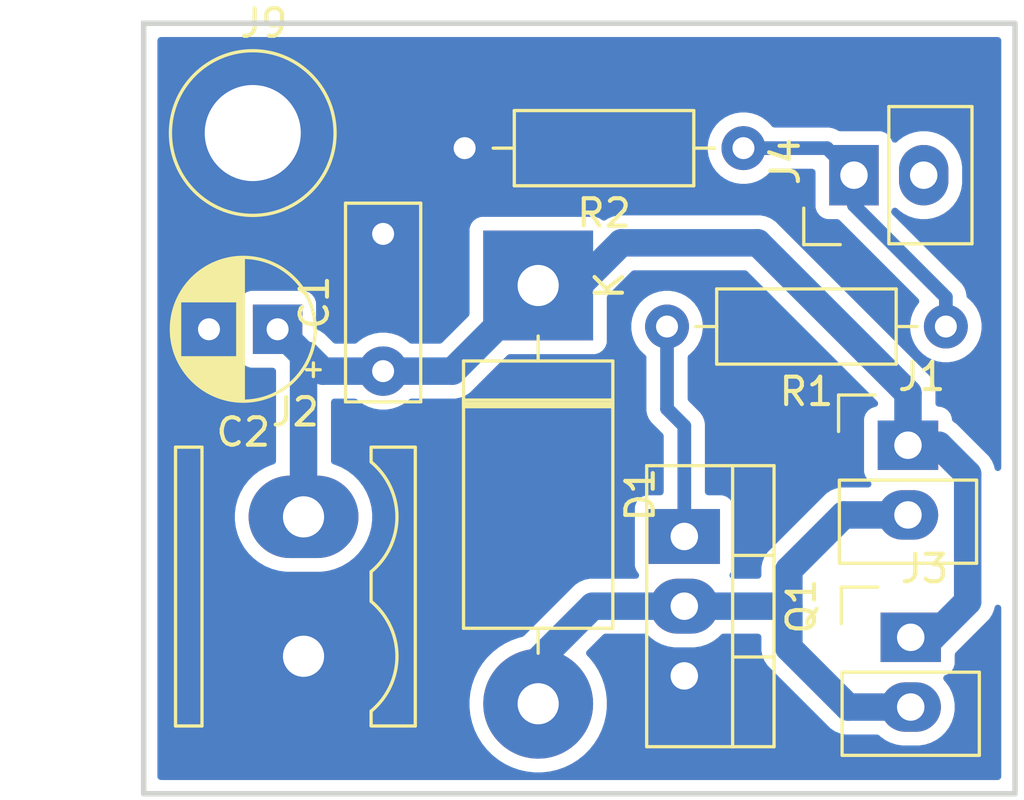
<source format=kicad_pcb>
(kicad_pcb (version 20241229) (generator "pcbnew") (generator_version "9.0")
  (layers (0 "F.Cu" signal) (2 "B.Cu" signal) (13 "F.Paste" user) (15 "B.Paste" user) (5 "F.SilkS" user "F.Silkscreen") (7 "B.SilkS" user "B.Silkscreen") (1 "F.Mask" user) (3 "B.Mask" user) (25 "Edge.Cuts" user))
  (net 0 "")
  (net 1 "GND")
  (net 2 "+12V")
  (net 3 "/swomp")
  (net 4 "/on{slash}off")
  (net 5 "Net-(Q1-G)")
  (footprint "FootprintGamelGe2_v6:C_Rect_L7.0mm_W2.5mm_P5.00mm" (layer "F.Cu") (at 120.325 69.95 90)
    (property "Reference" "C1" (at 2.5 -2.5 90) (layer "F.SilkS"))
    (property "Value" "100n")
    (fp_line (start 6.12 -1.37) (end 6.12 1.37) (stroke (width 0.12)) (layer "F.SilkS"))
    (fp_line (start -1.12 -1.37) (end 6.12 -1.37) (stroke (width 0.12)) (layer "F.SilkS"))
    (fp_line (start -1.12 -1.37) (end -1.12 1.37) (stroke (width 0.12)) (layer "F.SilkS"))
    (fp_line (start -1.12 1.37) (end 6.12 1.37) (stroke (width 0.12)) (layer "F.SilkS"))
    (pad "1" thru_hole circle (at 0 0 90) (size 1.8 1.8) (drill 0.8) (layers "*.Cu" "*.Mask") (net 2 "+12V"))
    (pad "2" thru_hole circle (at 5 0 90) (size 1.8 1.8) (drill 0.8) (layers "*.Cu" "*.Mask") (net 1 "GND"))
  )
  (footprint "FootprintGamelGe2_v6:OmnimateSL-5,08_1x02_P5.08mm_Vertical" (layer "F.Cu") (at 117.425 80.34 90)
    (property "Reference" "J2" (at 8.9 -0.3 0) (layer "F.SilkS"))
    (property "Value" "Omnimate2")
    (fp_line (start -2.54 -4.664) (end 7.62 -4.664) (stroke (width 0.12)) (layer "F.SilkS"))
    (fp_line (start 7.62 -3.7) (end 7.62 -4.664) (stroke (width 0.12)) (layer "F.SilkS"))
    (fp_line (start -2.54 -3.7) (end -2.54 -4.664) (stroke (width 0.12)) (layer "F.SilkS"))
    (fp_line (start -2.54 -3.7) (end 7.62 -3.7) (stroke (width 0.12)) (layer "F.SilkS"))
    (fp_line (start 7.62 2.462) (end 7.08 2.462) (stroke (width 0.12)) (layer "F.SilkS"))
    (fp_line (start 2 2.462) (end 3.08 2.462) (stroke (width 0.12)) (layer "F.SilkS"))
    (fp_line (start -2 2.462) (end -2.54 2.462) (stroke (width 0.12)) (layer "F.SilkS"))
    (fp_line (start 7.62 4.072) (end 7.62 2.4972) (stroke (width 0.12)) (layer "F.SilkS"))
    (fp_line (start -2.54 4.072) (end -2.54 2.4972) (stroke (width 0.12)) (layer "F.SilkS"))
    (fp_line (start -2.54 4.072) (end 7.62 4.072) (stroke (width 0.12)) (layer "F.SilkS"))
    (fp_arc (start 7.066842 2.477821) (mid 5.069711 3.404758) (end 3.08 2.462) (stroke (width 0.12)) (layer "F.SilkS"))
    (fp_arc (start 1.986842 2.477821) (mid -0.010289 3.404758) (end -2 2.462) (stroke (width 0.12)) (layer "F.SilkS"))
    (pad "1" thru_hole rect (at 0 0 90) (size 3 4) (drill 1.5) (layers "*.Cu" "*.Mask") (net 1 "GND"))
    (pad "2" thru_hole oval (at 5.08 0 90) (size 3 4) (drill 1.5) (layers "*.Cu" "*.Mask") (net 2 "+12V"))
  )
  (footprint "FootprintGamelGe2_v6:Mounting_Screw_3mm" (layer "F.Cu") (at 115.575 61.275)
    (property "Reference" "J9" (at 0.4 -4 0) (layer "F.SilkS"))
    (property "Value" "Mouting_Screw_3mm")
    (fp_circle (center 0 0) (end 3 0) (stroke (width 0.12)) (fill no) (layer "F.SilkS"))
    (pad "1" thru_hole circle (at 0 0) (size 5.5 5.5) (drill 3.5) (layers "*.Cu" "*.Mask") (net 1 "GND"))
  )
  (footprint "FootprintGamelGe2_v6:D_DO-201AD_P15.24mm_Horizontal" (layer "F.Cu") (at 125.975 66.83 -90)
    (property "Reference" "D1" (at 7.62 -3.72 90) (layer "F.SilkS"))
    (property "Value" "UF540X")
    (fp_line (start 2.75 2.72) (end 12.49 2.72) (stroke (width 0.12)) (layer "F.SilkS"))
    (fp_line (start 12.49 2.72) (end 12.49 -2.72) (stroke (width 0.12)) (layer "F.SilkS"))
    (fp_line (start 1.84 0) (end 2.75 0) (stroke (width 0.12)) (layer "F.SilkS"))
    (fp_line (start 13.4 0) (end 12.49 0) (stroke (width 0.12)) (layer "F.SilkS"))
    (fp_line (start 2.75 -2.72) (end 2.75 2.72) (stroke (width 0.12)) (layer "F.SilkS"))
    (fp_line (start 4.175 -2.72) (end 4.175 2.72) (stroke (width 0.12)) (layer "F.SilkS"))
    (fp_line (start 4.295 -2.72) (end 4.295 2.72) (stroke (width 0.12)) (layer "F.SilkS"))
    (fp_line (start 4.415 -2.72) (end 4.415 2.72) (stroke (width 0.12)) (layer "F.SilkS"))
    (fp_line (start 12.49 -2.72) (end 2.75 -2.72) (stroke (width 0.12)) (layer "F.SilkS"))
    (fp_text user "K" (at 0 -2.6 90) (layer "F.SilkS"))
    (pad "1" thru_hole rect (at 0 0 270) (size 4 4) (drill 1.5) (layers "*.Cu" "*.Mask") (net 2 "+12V"))
    (pad "2" thru_hole oval (at 15.24 0 270) (size 4 4) (drill 1.5) (layers "*.Cu" "*.Mask") (net 3 "/swomp"))
  )
  (footprint "FootprintGamelGe2_v6:Autocom2" (layer "F.Cu") (at 139.55 79.65)
    (property "Reference" "J3" (at 0.5 -2.5 0) (layer "F.SilkS"))
    (property "Value" "Autocom2")
    (fp_line (start -2.53 -1.83) (end -1.2 -1.83) (stroke (width 0.12)) (layer "F.SilkS"))
    (fp_line (start -2.53 -0.5) (end -2.53 -1.83) (stroke (width 0.12)) (layer "F.SilkS"))
    (fp_line (start -2.5 1.27) (end 2.5 1.27) (stroke (width 0.12)) (layer "F.SilkS"))
    (fp_line (start -2.5 1.3) (end -2.5 4.3) (stroke (width 0.12)) (layer "F.SilkS"))
    (fp_line (start -2.5 4.3) (end 2.5 4.3) (stroke (width 0.12)) (layer "F.SilkS"))
    (fp_line (start 2.5 1.27) (end 2.5 4.3) (stroke (width 0.12)) (layer "F.SilkS"))
    (pad "1" thru_hole rect (at 0 0) (size 2.2 1.8) (drill 1) (layers "*.Cu" "*.Mask") (net 2 "+12V"))
    (pad "2" thru_hole oval (at 0 2.54) (size 2.2 1.8) (drill 1) (layers "*.Cu" "*.Mask") (net 3 "/swomp"))
  )
  (footprint "FootprintGamelGe2_v6:Autocom2" (layer "F.Cu") (at 137.4825 62.81 90)
    (property "Reference" "J4" (at 0.5 -2.5 90) (layer "F.SilkS"))
    (property "Value" "Autocom2")
    (fp_line (start -2.53 -1.83) (end -1.2 -1.83) (stroke (width 0.12)) (layer "F.SilkS"))
    (fp_line (start -2.53 -0.5) (end -2.53 -1.83) (stroke (width 0.12)) (layer "F.SilkS"))
    (fp_line (start 2.5 1.27) (end 2.5 4.3) (stroke (width 0.12)) (layer "F.SilkS"))
    (fp_line (start -2.5 1.27) (end 2.5 1.27) (stroke (width 0.12)) (layer "F.SilkS"))
    (fp_line (start -2.5 1.3) (end -2.5 4.3) (stroke (width 0.12)) (layer "F.SilkS"))
    (fp_line (start -2.5 4.3) (end 2.5 4.3) (stroke (width 0.12)) (layer "F.SilkS"))
    (pad "1" thru_hole rect (at 0 0 90) (size 2.2 1.8) (drill 1) (layers "*.Cu" "*.Mask") (net 4 "/on{slash}off"))
    (pad "2" thru_hole oval (at 0 2.54 90) (size 2.2 1.8) (drill 1) (layers "*.Cu" "*.Mask"))
  )
  (footprint "FootprintGamelGe2_v6:CP_Radial_D5.0mm_P2.50mm" (layer "F.Cu") (at 116.480113 68.425 180)
    (property "Reference" "C2" (at 1.25 -3.75 0) (layer "F.SilkS"))
    (property "Value" "33u")
    (fp_line (start 3.851 -0.284) (end 3.851 0.284) (stroke (width 0.12)) (layer "F.SilkS"))
    (fp_line (start 3.811 -0.518) (end 3.811 0.518) (stroke (width 0.12)) (layer "F.SilkS"))
    (fp_line (start 3.771 -0.677) (end 3.771 0.677) (stroke (width 0.12)) (layer "F.SilkS"))
    (fp_line (start 3.731 -0.805) (end 3.731 0.805) (stroke (width 0.12)) (layer "F.SilkS"))
    (fp_line (start 3.691 -0.915) (end 3.691 0.915) (stroke (width 0.12)) (layer "F.SilkS"))
    (fp_line (start 3.651 -1.011) (end 3.651 1.011) (stroke (width 0.12)) (layer "F.SilkS"))
    (fp_line (start 3.611 -1.098) (end 3.611 1.098) (stroke (width 0.12)) (layer "F.SilkS"))
    (fp_line (start 3.571 -1.178) (end 3.571 1.178) (stroke (width 0.12)) (layer "F.SilkS"))
    (fp_line (start 3.531 1.04) (end 3.531 1.251) (stroke (width 0.12)) (layer "F.SilkS"))
    (fp_line (start 3.531 -1.251) (end 3.531 -1.04) (stroke (width 0.12)) (layer "F.SilkS"))
    (fp_line (start 3.491 1.04) (end 3.491 1.319) (stroke (width 0.12)) (layer "F.SilkS"))
    (fp_line (start 3.491 -1.319) (end 3.491 -1.04) (stroke (width 0.12)) (layer "F.SilkS"))
    (fp_line (start 3.451 1.04) (end 3.451 1.383) (stroke (width 0.12)) (layer "F.SilkS"))
    (fp_line (start 3.451 -1.383) (end 3.451 -1.04) (stroke (width 0.12)) (layer "F.SilkS"))
    (fp_line (start 3.411 1.04) (end 3.411 1.443) (stroke (width 0.12)) (layer "F.SilkS"))
    (fp_line (start 3.411 -1.443) (end 3.411 -1.04) (stroke (width 0.12)) (layer "F.SilkS"))
    (fp_line (start 3.371 1.04) (end 3.371 1.5) (stroke (width 0.12)) (layer "F.SilkS"))
    (fp_line (start 3.371 -1.5) (end 3.371 -1.04) (stroke (width 0.12)) (layer "F.SilkS"))
    (fp_line (start 3.331 1.04) (end 3.331 1.554) (stroke (width 0.12)) (layer "F.SilkS"))
    (fp_line (start 3.331 -1.554) (end 3.331 -1.04) (stroke (width 0.12)) (layer "F.SilkS"))
    (fp_line (start 3.291 1.04) (end 3.291 1.605) (stroke (width 0.12)) (layer "F.SilkS"))
    (fp_line (start 3.291 -1.605) (end 3.291 -1.04) (stroke (width 0.12)) (layer "F.SilkS"))
    (fp_line (start 3.251 1.04) (end 3.251 1.653) (stroke (width 0.12)) (layer "F.SilkS"))
    (fp_line (start 3.251 -1.653) (end 3.251 -1.04) (stroke (width 0.12)) (layer "F.SilkS"))
    (fp_line (start 3.211 1.04) (end 3.211 1.699) (stroke (width 0.12)) (layer "F.SilkS"))
    (fp_line (start 3.211 -1.699) (end 3.211 -1.04) (stroke (width 0.12)) (layer "F.SilkS"))
    (fp_line (start 3.171 1.04) (end 3.171 1.743) (stroke (width 0.12)) (layer "F.SilkS"))
    (fp_line (start 3.171 -1.743) (end 3.171 -1.04) (stroke (width 0.12)) (layer "F.SilkS"))
    (fp_line (start 3.131 1.04) (end 3.131 1.785) (stroke (width 0.12)) (layer "F.SilkS"))
    (fp_line (start 3.131 -1.785) (end 3.131 -1.04) (stroke (width 0.12)) (layer "F.SilkS"))
    (fp_line (start 3.091 1.04) (end 3.091 1.826) (stroke (width 0.12)) (layer "F.SilkS"))
    (fp_line (start 3.091 -1.826) (end 3.091 -1.04) (stroke (width 0.12)) (layer "F.SilkS"))
    (fp_line (start 3.051 1.04) (end 3.051 1.864) (stroke (width 0.12)) (layer "F.SilkS"))
    (fp_line (start 3.051 -1.864) (end 3.051 -1.04) (stroke (width 0.12)) (layer "F.SilkS"))
    (fp_line (start 3.011 1.04) (end 3.011 1.901) (stroke (width 0.12)) (layer "F.SilkS"))
    (fp_line (start 3.011 -1.901) (end 3.011 -1.04) (stroke (width 0.12)) (layer "F.SilkS"))
    (fp_line (start 2.971 1.04) (end 2.971 1.937) (stroke (width 0.12)) (layer "F.SilkS"))
    (fp_line (start 2.971 -1.937) (end 2.971 -1.04) (stroke (width 0.12)) (layer "F.SilkS"))
    (fp_line (start 2.931 1.04) (end 2.931 1.971) (stroke (width 0.12)) (layer "F.SilkS"))
    (fp_line (start 2.931 -1.971) (end 2.931 -1.04) (stroke (width 0.12)) (layer "F.SilkS"))
    (fp_line (start 2.891 1.04) (end 2.891 2.004) (stroke (width 0.12)) (layer "F.SilkS"))
    (fp_line (start 2.891 -2.004) (end 2.891 -1.04) (stroke (width 0.12)) (layer "F.SilkS"))
    (fp_line (start 2.851 1.04) (end 2.851 2.035) (stroke (width 0.12)) (layer "F.SilkS"))
    (fp_line (start 2.851 -2.035) (end 2.851 -1.04) (stroke (width 0.12)) (layer "F.SilkS"))
    (fp_line (start 2.811 1.04) (end 2.811 2.065) (stroke (width 0.12)) (layer "F.SilkS"))
    (fp_line (start 2.811 -2.065) (end 2.811 -1.04) (stroke (width 0.12)) (layer "F.SilkS"))
    (fp_line (start 2.771 1.04) (end 2.771 2.095) (stroke (width 0.12)) (layer "F.SilkS"))
    (fp_line (start 2.771 -2.095) (end 2.771 -1.04) (stroke (width 0.12)) (layer "F.SilkS"))
    (fp_line (start 2.731 1.04) (end 2.731 2.122) (stroke (width 0.12)) (layer "F.SilkS"))
    (fp_line (start 2.731 -2.122) (end 2.731 -1.04) (stroke (width 0.12)) (layer "F.SilkS"))
    (fp_line (start 2.691 1.04) (end 2.691 2.149) (stroke (width 0.12)) (layer "F.SilkS"))
    (fp_line (start 2.691 -2.149) (end 2.691 -1.04) (stroke (width 0.12)) (layer "F.SilkS"))
    (fp_line (start 2.651 1.04) (end 2.651 2.175) (stroke (width 0.12)) (layer "F.SilkS"))
    (fp_line (start 2.651 -2.175) (end 2.651 -1.04) (stroke (width 0.12)) (layer "F.SilkS"))
    (fp_line (start 2.611 1.04) (end 2.611 2.2) (stroke (width 0.12)) (layer "F.SilkS"))
    (fp_line (start 2.611 -2.2) (end 2.611 -1.04) (stroke (width 0.12)) (layer "F.SilkS"))
    (fp_line (start 2.571 1.04) (end 2.571 2.224) (stroke (width 0.12)) (layer "F.SilkS"))
    (fp_line (start 2.571 -2.224) (end 2.571 -1.04) (stroke (width 0.12)) (layer "F.SilkS"))
    (fp_line (start 2.531 1.04) (end 2.531 2.247) (stroke (width 0.12)) (layer "F.SilkS"))
    (fp_line (start 2.531 -2.247) (end 2.531 -1.04) (stroke (width 0.12)) (layer "F.SilkS"))
    (fp_line (start 2.491 1.04) (end 2.491 2.268) (stroke (width 0.12)) (layer "F.SilkS"))
    (fp_line (start 2.491 -2.268) (end 2.491 -1.04) (stroke (width 0.12)) (layer "F.SilkS"))
    (fp_line (start 2.451 1.04) (end 2.451 2.29) (stroke (width 0.12)) (layer "F.SilkS"))
    (fp_line (start 2.451 -2.29) (end 2.451 -1.04) (stroke (width 0.12)) (layer "F.SilkS"))
    (fp_line (start 2.411 1.04) (end 2.411 2.31) (stroke (width 0.12)) (layer "F.SilkS"))
    (fp_line (start 2.411 -2.31) (end 2.411 -1.04) (stroke (width 0.12)) (layer "F.SilkS"))
    (fp_line (start 2.371 1.04) (end 2.371 2.329) (stroke (width 0.12)) (layer "F.SilkS"))
    (fp_line (start 2.371 -2.329) (end 2.371 -1.04) (stroke (width 0.12)) (layer "F.SilkS"))
    (fp_line (start 2.331 1.04) (end 2.331 2.348) (stroke (width 0.12)) (layer "F.SilkS"))
    (fp_line (start 2.331 -2.348) (end 2.331 -1.04) (stroke (width 0.12)) (layer "F.SilkS"))
    (fp_line (start 2.291 1.04) (end 2.291 2.365) (stroke (width 0.12)) (layer "F.SilkS"))
    (fp_line (start 2.291 -2.365) (end 2.291 -1.04) (stroke (width 0.12)) (layer "F.SilkS"))
    (fp_line (start 2.251 1.04) (end 2.251 2.382) (stroke (width 0.12)) (layer "F.SilkS"))
    (fp_line (start 2.251 -2.382) (end 2.251 -1.04) (stroke (width 0.12)) (layer "F.SilkS"))
    (fp_line (start 2.211 1.04) (end 2.211 2.398) (stroke (width 0.12)) (layer "F.SilkS"))
    (fp_line (start 2.211 -2.398) (end 2.211 -1.04) (stroke (width 0.12)) (layer "F.SilkS"))
    (fp_line (start 2.171 1.04) (end 2.171 2.414) (stroke (width 0.12)) (layer "F.SilkS"))
    (fp_line (start 2.171 -2.414) (end 2.171 -1.04) (stroke (width 0.12)) (layer "F.SilkS"))
    (fp_line (start 2.131 1.04) (end 2.131 2.428) (stroke (width 0.12)) (layer "F.SilkS"))
    (fp_line (start 2.131 -2.428) (end 2.131 -1.04) (stroke (width 0.12)) (layer "F.SilkS"))
    (fp_line (start 2.091 1.04) (end 2.091 2.442) (stroke (width 0.12)) (layer "F.SilkS"))
    (fp_line (start 2.091 -2.442) (end 2.091 -1.04) (stroke (width 0.12)) (layer "F.SilkS"))
    (fp_line (start 2.051 1.04) (end 2.051 2.455) (stroke (width 0.12)) (layer "F.SilkS"))
    (fp_line (start 2.051 -2.455) (end 2.051 -1.04) (stroke (width 0.12)) (layer "F.SilkS"))
    (fp_line (start 2.011 1.04) (end 2.011 2.468) (stroke (width 0.12)) (layer "F.SilkS"))
    (fp_line (start 2.011 -2.468) (end 2.011 -1.04) (stroke (width 0.12)) (layer "F.SilkS"))
    (fp_line (start 1.971 1.04) (end 1.971 2.48) (stroke (width 0.12)) (layer "F.SilkS"))
    (fp_line (start 1.971 -2.48) (end 1.971 -1.04) (stroke (width 0.12)) (layer "F.SilkS"))
    (fp_line (start 1.93 1.04) (end 1.93 2.491) (stroke (width 0.12)) (layer "F.SilkS"))
    (fp_line (start 1.93 -2.491) (end 1.93 -1.04) (stroke (width 0.12)) (layer "F.SilkS"))
    (fp_line (start 1.89 1.04) (end 1.89 2.501) (stroke (width 0.12)) (layer "F.SilkS"))
    (fp_line (start 1.89 -2.501) (end 1.89 -1.04) (stroke (width 0.12)) (layer "F.SilkS"))
    (fp_line (start 1.85 1.04) (end 1.85 2.511) (stroke (width 0.12)) (layer "F.SilkS"))
    (fp_line (start 1.85 -2.511) (end 1.85 -1.04) (stroke (width 0.12)) (layer "F.SilkS"))
    (fp_line (start 1.81 1.04) (end 1.81 2.52) (stroke (width 0.12)) (layer "F.SilkS"))
    (fp_line (start 1.81 -2.52) (end 1.81 -1.04) (stroke (width 0.12)) (layer "F.SilkS"))
    (fp_line (start 1.77 1.04) (end 1.77 2.528) (stroke (width 0.12)) (layer "F.SilkS"))
    (fp_line (start 1.77 -2.528) (end 1.77 -1.04) (stroke (width 0.12)) (layer "F.SilkS"))
    (fp_line (start 1.73 1.04) (end 1.73 2.536) (stroke (width 0.12)) (layer "F.SilkS"))
    (fp_line (start 1.73 -2.536) (end 1.73 -1.04) (stroke (width 0.12)) (layer "F.SilkS"))
    (fp_line (start 1.69 1.04) (end 1.69 2.543) (stroke (width 0.12)) (layer "F.SilkS"))
    (fp_line (start 1.69 -2.543) (end 1.69 -1.04) (stroke (width 0.12)) (layer "F.SilkS"))
    (fp_line (start 1.65 1.04) (end 1.65 2.55) (stroke (width 0.12)) (layer "F.SilkS"))
    (fp_line (start 1.65 -2.55) (end 1.65 -1.04) (stroke (width 0.12)) (layer "F.SilkS"))
    (fp_line (start 1.61 1.04) (end 1.61 2.556) (stroke (width 0.12)) (layer "F.SilkS"))
    (fp_line (start 1.61 -2.556) (end 1.61 -1.04) (stroke (width 0.12)) (layer "F.SilkS"))
    (fp_line (start 1.57 1.04) (end 1.57 2.561) (stroke (width 0.12)) (layer "F.SilkS"))
    (fp_line (start 1.57 -2.561) (end 1.57 -1.04) (stroke (width 0.12)) (layer "F.SilkS"))
    (fp_line (start 1.53 1.04) (end 1.53 2.565) (stroke (width 0.12)) (layer "F.SilkS"))
    (fp_line (start 1.53 -2.565) (end 1.53 -1.04) (stroke (width 0.12)) (layer "F.SilkS"))
    (fp_line (start 1.49 1.04) (end 1.49 2.569) (stroke (width 0.12)) (layer "F.SilkS"))
    (fp_line (start 1.49 -2.569) (end 1.49 -1.04) (stroke (width 0.12)) (layer "F.SilkS"))
    (fp_line (start 1.45 -2.573) (end 1.45 2.573) (stroke (width 0.12)) (layer "F.SilkS"))
    (fp_line (start 1.41 -2.576) (end 1.41 2.576) (stroke (width 0.12)) (layer "F.SilkS"))
    (fp_line (start 1.37 -2.578) (end 1.37 2.578) (stroke (width 0.12)) (layer "F.SilkS"))
    (fp_line (start 1.33 -2.579) (end 1.33 2.579) (stroke (width 0.12)) (layer "F.SilkS"))
    (fp_line (start 1.29 -2.58) (end 1.29 2.58) (stroke (width 0.12)) (layer "F.SilkS"))
    (fp_line (start 1.25 -2.58) (end 1.25 2.58) (stroke (width 0.12)) (layer "F.SilkS"))
    (fp_line (start -1.304775 -1.725) (end -1.304775 -1.225) (stroke (width 0.12)) (layer "F.SilkS"))
    (fp_line (start -1.554775 -1.475) (end -1.054775 -1.475) (stroke (width 0.12)) (layer "F.SilkS"))
    (fp_circle (center 1.25 0) (end 3.87 0) (stroke (width 0.12)) (fill no) (layer "F.SilkS"))
    (pad "1" thru_hole rect (at 0 0 180) (size 1.8 1.8) (drill 0.8) (layers "*.Cu" "*.Mask") (net 2 "+12V"))
    (pad "2" thru_hole circle (at 2.5 0 180) (size 1.8 1.8) (drill 0.8) (layers "*.Cu" "*.Mask") (net 1 "GND"))
  )
  (footprint "FootprintGamelGe2_v6:R_Axial_DIN0207_L6.3mm_D2.5mm_P10.16mm_Horizontal" (layer "F.Cu") (at 133.455 61.825 180)
    (property "Reference" "R2" (at 5.08 -2.37 0) (layer "F.SilkS"))
    (property "Value" "14.52k")
    (fp_line (start 9.12 0) (end 8.35 0) (stroke (width 0.12)) (layer "F.SilkS"))
    (fp_line (start 8.35 1.37) (end 8.35 -1.37) (stroke (width 0.12)) (layer "F.SilkS"))
    (fp_line (start 8.35 -1.37) (end 1.81 -1.37) (stroke (width 0.12)) (layer "F.SilkS"))
    (fp_line (start 1.81 1.37) (end 8.35 1.37) (stroke (width 0.12)) (layer "F.SilkS"))
    (fp_line (start 1.81 -1.37) (end 1.81 1.37) (stroke (width 0.12)) (layer "F.SilkS"))
    (fp_line (start 1.04 0) (end 1.81 0) (stroke (width 0.12)) (layer "F.SilkS"))
    (pad "1" thru_hole circle (at 0 0 180) (size 1.6 1.6) (drill 0.8) (layers "*.Cu" "*.Mask") (net 4 "/on{slash}off"))
    (pad "2" thru_hole oval (at 10.16 0 180) (size 1.6 1.6) (drill 0.8) (layers "*.Cu" "*.Mask") (net 1 "GND"))
  )
  (footprint "FootprintGamelGe2_v6:Autocom2" (layer "F.Cu") (at 139.45 72.65)
    (property "Reference" "J1" (at 0.5 -2.5 0) (layer "F.SilkS"))
    (property "Value" "Autocom2")
    (fp_line (start -2.53 -1.83) (end -1.2 -1.83) (stroke (width 0.12)) (layer "F.SilkS"))
    (fp_line (start -2.53 -0.5) (end -2.53 -1.83) (stroke (width 0.12)) (layer "F.SilkS"))
    (fp_line (start -2.5 1.27) (end 2.5 1.27) (stroke (width 0.12)) (layer "F.SilkS"))
    (fp_line (start -2.5 1.3) (end -2.5 4.3) (stroke (width 0.12)) (layer "F.SilkS"))
    (fp_line (start -2.5 4.3) (end 2.5 4.3) (stroke (width 0.12)) (layer "F.SilkS"))
    (fp_line (start 2.5 1.27) (end 2.5 4.3) (stroke (width 0.12)) (layer "F.SilkS"))
    (pad "1" thru_hole rect (at 0 0) (size 2.2 1.8) (drill 1) (layers "*.Cu" "*.Mask") (net 2 "+12V"))
    (pad "2" thru_hole oval (at 0 2.54) (size 2.2 1.8) (drill 1) (layers "*.Cu" "*.Mask") (net 3 "/swomp"))
  )
  (footprint "FootprintGamelGe2_v6:TO-220-3_Vertical" (layer "F.Cu") (at 131.3 75.975 -90)
    (property "Reference" "Q1" (at 2.54 -4.27 90) (layer "F.SilkS"))
    (property "Value" "IRL510")
    (fp_line (start -2.58 1.371) (end 7.66 1.371) (stroke (width 0.12)) (layer "F.SilkS"))
    (fp_line (start -2.58 -1.76) (end 7.66 -1.76) (stroke (width 0.12)) (layer "F.SilkS"))
    (fp_line (start -2.58 -3.27) (end -2.58 1.371) (stroke (width 0.12)) (layer "F.SilkS"))
    (fp_line (start -2.58 -3.27) (end 7.66 -3.27) (stroke (width 0.12)) (layer "F.SilkS"))
    (fp_line (start 0.69 -3.27) (end 0.69 -1.76) (stroke (width 0.12)) (layer "F.SilkS"))
    (fp_line (start 4.391 -3.27) (end 4.391 -1.76) (stroke (width 0.12)) (layer "F.SilkS"))
    (fp_line (start 7.66 -3.27) (end 7.66 1.371) (stroke (width 0.12)) (layer "F.SilkS"))
    (pad "1" thru_hole rect (at 0 0 270) (size 2 2.6) (drill 1) (layers "*.Cu" "*.Mask") (net 5 "Net-(Q1-G)"))
    (pad "2" thru_hole oval (at 2.54 0 270) (size 2 2.5) (drill 1) (layers "*.Cu" "*.Mask") (net 3 "/swomp"))
    (pad "3" thru_hole oval (at 5.08 0 270) (size 2 2.5) (drill 1) (layers "*.Cu" "*.Mask") (net 1 "GND"))
  )
  (footprint "FootprintGamelGe2_v6:R_Axial_DIN0207_L6.3mm_D2.5mm_P10.16mm_Horizontal" (layer "F.Cu") (at 140.83 68.325 180)
    (property "Reference" "R1" (at 5.08 -2.37 0) (layer "F.SilkS"))
    (property "Value" "33")
    (fp_line (start 9.12 0) (end 8.35 0) (stroke (width 0.12)) (layer "F.SilkS"))
    (fp_line (start 8.35 1.37) (end 8.35 -1.37) (stroke (width 0.12)) (layer "F.SilkS"))
    (fp_line (start 8.35 -1.37) (end 1.81 -1.37) (stroke (width 0.12)) (layer "F.SilkS"))
    (fp_line (start 1.81 1.37) (end 8.35 1.37) (stroke (width 0.12)) (layer "F.SilkS"))
    (fp_line (start 1.81 -1.37) (end 1.81 1.37) (stroke (width 0.12)) (layer "F.SilkS"))
    (fp_line (start 1.04 0) (end 1.81 0) (stroke (width 0.12)) (layer "F.SilkS"))
    (pad "1" thru_hole circle (at 0 0 180) (size 1.6 1.6) (drill 0.8) (layers "*.Cu" "*.Mask") (net 4 "/on{slash}off"))
    (pad "2" thru_hole oval (at 10.16 0 180) (size 1.6 1.6) (drill 0.8) (layers "*.Cu" "*.Mask") (net 5 "Net-(Q1-G)"))
  )
  (gr_rect (start 111.6 57.275) (end 143.35 85.35) (stroke (width 0.2)) (fill no) (layer "Edge.Cuts"))
  (segment (start 139.45 72.65) (end 140.575 72.65) (width 1) (layer "B.Cu") (net 2))
  (segment (start 120.325 69.95) (end 122.855 69.95) (width 1) (layer "B.Cu") (net 2))
  (segment (start 127.445 66.83) (end 125.975 66.83) (width 1) (layer "B.Cu") (net 2))
  (segment (start 139.45 72.65) (end 139.45 70.75) (width 1) (layer "B.Cu") (net 2))
  (segment (start 139.45 70.75) (end 133.975 65.275) (width 1) (layer "B.Cu") (net 2))
  (segment (start 140.325 79.65) (end 139.55 79.65) (width 1) (layer "B.Cu") (net 2))
  (segment (start 118.125 69.95) (end 120.325 69.95) (width 1) (layer "B.Cu") (net 2))
  (segment (start 117.425 69.369887) (end 116.480113 68.425) (width 1) (layer "B.Cu") (net 2))
  (segment (start 117.425 75.26) (end 117.425 69.369887) (width 1) (layer "B.Cu") (net 2))
  (segment (start 117.425 69.369887) (end 117.544887 69.369887) (width 1) (layer "B.Cu") (net 2))
  (segment (start 122.855 69.95) (end 125.975 66.83) (width 1) (layer "B.Cu") (net 2))
  (segment (start 140.575 72.65) (end 141.625 73.7) (width 1) (layer "B.Cu") (net 2))
  (segment (start 117.544887 69.369887) (end 118.125 69.95) (width 1) (layer "B.Cu") (net 2))
  (segment (start 133.975 65.275) (end 129 65.275) (width 1) (layer "B.Cu") (net 2))
  (segment (start 129 65.275) (end 127.445 66.83) (width 1) (layer "B.Cu") (net 2))
  (segment (start 141.625 78.35) (end 140.325 79.65) (width 1) (layer "B.Cu") (net 2))
  (segment (start 141.625 73.7) (end 141.625 78.35) (width 1) (layer "B.Cu") (net 2))
  (segment (start 135.11 80.035) (end 137.265 82.19) (width 1) (layer "B.Cu") (net 3))
  (segment (start 135.11 77.19) (end 137.11 75.19) (width 1) (layer "B.Cu") (net 3))
  (segment (start 135.11 78.515) (end 135.11 80.035) (width 1) (layer "B.Cu") (net 3))
  (segment (start 135.11 78.515) (end 135.11 77.19) (width 1) (layer "B.Cu") (net 3))
  (segment (start 131.3 78.515) (end 135.11 78.515) (width 1) (layer "B.Cu") (net 3))
  (segment (start 137.11 75.19) (end 139.45 75.19) (width 1) (layer "B.Cu") (net 3))
  (segment (start 127.96 78.515) (end 131.3 78.515) (width 1) (layer "B.Cu") (net 3))
  (segment (start 125.975 82.07) (end 125.975 80.5) (width 1) (layer "B.Cu") (net 3))
  (segment (start 125.975 80.5) (end 127.96 78.515) (width 1) (layer "B.Cu") (net 3))
  (segment (start 137.265 82.19) (end 139.55 82.19) (width 1) (layer "B.Cu") (net 3))
  (segment (start 133.455 61.825) (end 136.4975 61.825) (width 0.5) (layer "B.Cu") (net 4))
  (segment (start 137.4825 63.9075) (end 137.4825 62.81) (width 0.5) (layer "B.Cu") (net 4))
  (segment (start 136.4975 61.825) (end 137.4825 62.81) (width 0.5) (layer "B.Cu") (net 4))
  (segment (start 140.83 67.255) (end 137.4825 63.9075) (width 0.5) (layer "B.Cu") (net 4))
  (segment (start 140.83 68.325) (end 140.83 67.255) (width 0.5) (layer "B.Cu") (net 4))
  (segment (start 131.3 71.95) (end 130.67 71.32) (width 0.5) (layer "B.Cu") (net 5))
  (segment (start 131.3 71.95) (end 131.3 75.975) (width 0.5) (layer "B.Cu") (net 5))
  (segment (start 130.67 71.32) (end 130.67 68.325) (width 0.5) (layer "B.Cu") (net 5))
  (zone (net 1) (net_name "GND") (layer "B.Cu") (connect_pads yes (clearance 0.5)) (min_thickness 0.25) (fill yes (thermal_gap 0.5) (thermal_bridge_width 0.5))
    (polygon (pts (xy 111.625 57.25) (xy 143.35 57.275) (xy 143.35 85.375) (xy 111.6 85.35)))
  )
)
</source>
